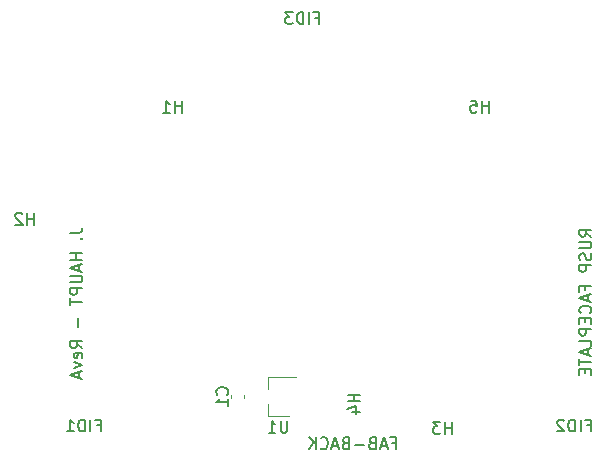
<source format=gbr>
G04 #@! TF.GenerationSoftware,KiCad,Pcbnew,6.0.11+dfsg-1~bpo11+1*
G04 #@! TF.CreationDate,2023-03-04T16:09:42-05:00*
G04 #@! TF.ProjectId,RUSP_Faceplate,52555350-5f46-4616-9365-706c6174652e,rev?*
G04 #@! TF.SameCoordinates,Original*
G04 #@! TF.FileFunction,Legend,Bot*
G04 #@! TF.FilePolarity,Positive*
%FSLAX46Y46*%
G04 Gerber Fmt 4.6, Leading zero omitted, Abs format (unit mm)*
G04 Created by KiCad (PCBNEW 6.0.11+dfsg-1~bpo11+1) date 2023-03-04 16:09:42*
%MOMM*%
%LPD*%
G01*
G04 APERTURE LIST*
%ADD10C,0.200000*%
%ADD11C,0.150000*%
%ADD12C,0.120000*%
G04 APERTURE END LIST*
D10*
X122144380Y-86827619D02*
X122858666Y-86827619D01*
X123001523Y-86780000D01*
X123096761Y-86684761D01*
X123144380Y-86541904D01*
X123144380Y-86446666D01*
X123049142Y-87303809D02*
X123096761Y-87351428D01*
X123144380Y-87303809D01*
X123096761Y-87256190D01*
X123049142Y-87303809D01*
X123144380Y-87303809D01*
X123144380Y-88541904D02*
X122144380Y-88541904D01*
X122620571Y-88541904D02*
X122620571Y-89113333D01*
X123144380Y-89113333D02*
X122144380Y-89113333D01*
X122858666Y-89541904D02*
X122858666Y-90018095D01*
X123144380Y-89446666D02*
X122144380Y-89780000D01*
X123144380Y-90113333D01*
X122144380Y-90446666D02*
X122953904Y-90446666D01*
X123049142Y-90494285D01*
X123096761Y-90541904D01*
X123144380Y-90637142D01*
X123144380Y-90827619D01*
X123096761Y-90922857D01*
X123049142Y-90970476D01*
X122953904Y-91018095D01*
X122144380Y-91018095D01*
X123144380Y-91494285D02*
X122144380Y-91494285D01*
X122144380Y-91875238D01*
X122192000Y-91970476D01*
X122239619Y-92018095D01*
X122334857Y-92065714D01*
X122477714Y-92065714D01*
X122572952Y-92018095D01*
X122620571Y-91970476D01*
X122668190Y-91875238D01*
X122668190Y-91494285D01*
X122144380Y-92351428D02*
X122144380Y-92922857D01*
X123144380Y-92637142D02*
X122144380Y-92637142D01*
X122763428Y-94018095D02*
X122763428Y-94780000D01*
X123144380Y-96589523D02*
X122668190Y-96256190D01*
X123144380Y-96018095D02*
X122144380Y-96018095D01*
X122144380Y-96399047D01*
X122192000Y-96494285D01*
X122239619Y-96541904D01*
X122334857Y-96589523D01*
X122477714Y-96589523D01*
X122572952Y-96541904D01*
X122620571Y-96494285D01*
X122668190Y-96399047D01*
X122668190Y-96018095D01*
X123096761Y-97399047D02*
X123144380Y-97303809D01*
X123144380Y-97113333D01*
X123096761Y-97018095D01*
X123001523Y-96970476D01*
X122620571Y-96970476D01*
X122525333Y-97018095D01*
X122477714Y-97113333D01*
X122477714Y-97303809D01*
X122525333Y-97399047D01*
X122620571Y-97446666D01*
X122715809Y-97446666D01*
X122811047Y-96970476D01*
X122477714Y-97780000D02*
X123144380Y-98018095D01*
X122477714Y-98256190D01*
X122858666Y-98589523D02*
X122858666Y-99065714D01*
X123144380Y-98494285D02*
X122144380Y-98827619D01*
X123144380Y-99160952D01*
X166244380Y-87132380D02*
X165768190Y-86799047D01*
X166244380Y-86560952D02*
X165244380Y-86560952D01*
X165244380Y-86941904D01*
X165292000Y-87037142D01*
X165339619Y-87084761D01*
X165434857Y-87132380D01*
X165577714Y-87132380D01*
X165672952Y-87084761D01*
X165720571Y-87037142D01*
X165768190Y-86941904D01*
X165768190Y-86560952D01*
X165244380Y-87560952D02*
X166053904Y-87560952D01*
X166149142Y-87608571D01*
X166196761Y-87656190D01*
X166244380Y-87751428D01*
X166244380Y-87941904D01*
X166196761Y-88037142D01*
X166149142Y-88084761D01*
X166053904Y-88132380D01*
X165244380Y-88132380D01*
X166196761Y-88560952D02*
X166244380Y-88703809D01*
X166244380Y-88941904D01*
X166196761Y-89037142D01*
X166149142Y-89084761D01*
X166053904Y-89132380D01*
X165958666Y-89132380D01*
X165863428Y-89084761D01*
X165815809Y-89037142D01*
X165768190Y-88941904D01*
X165720571Y-88751428D01*
X165672952Y-88656190D01*
X165625333Y-88608571D01*
X165530095Y-88560952D01*
X165434857Y-88560952D01*
X165339619Y-88608571D01*
X165292000Y-88656190D01*
X165244380Y-88751428D01*
X165244380Y-88989523D01*
X165292000Y-89132380D01*
X166244380Y-89560952D02*
X165244380Y-89560952D01*
X165244380Y-89941904D01*
X165292000Y-90037142D01*
X165339619Y-90084761D01*
X165434857Y-90132380D01*
X165577714Y-90132380D01*
X165672952Y-90084761D01*
X165720571Y-90037142D01*
X165768190Y-89941904D01*
X165768190Y-89560952D01*
X165720571Y-91656190D02*
X165720571Y-91322857D01*
X166244380Y-91322857D02*
X165244380Y-91322857D01*
X165244380Y-91799047D01*
X165958666Y-92132380D02*
X165958666Y-92608571D01*
X166244380Y-92037142D02*
X165244380Y-92370476D01*
X166244380Y-92703809D01*
X166149142Y-93608571D02*
X166196761Y-93560952D01*
X166244380Y-93418095D01*
X166244380Y-93322857D01*
X166196761Y-93180000D01*
X166101523Y-93084761D01*
X166006285Y-93037142D01*
X165815809Y-92989523D01*
X165672952Y-92989523D01*
X165482476Y-93037142D01*
X165387238Y-93084761D01*
X165292000Y-93180000D01*
X165244380Y-93322857D01*
X165244380Y-93418095D01*
X165292000Y-93560952D01*
X165339619Y-93608571D01*
X165720571Y-94037142D02*
X165720571Y-94370476D01*
X166244380Y-94513333D02*
X166244380Y-94037142D01*
X165244380Y-94037142D01*
X165244380Y-94513333D01*
X166244380Y-94941904D02*
X165244380Y-94941904D01*
X165244380Y-95322857D01*
X165292000Y-95418095D01*
X165339619Y-95465714D01*
X165434857Y-95513333D01*
X165577714Y-95513333D01*
X165672952Y-95465714D01*
X165720571Y-95418095D01*
X165768190Y-95322857D01*
X165768190Y-94941904D01*
X166244380Y-96418095D02*
X166244380Y-95941904D01*
X165244380Y-95941904D01*
X165958666Y-96703809D02*
X165958666Y-97180000D01*
X166244380Y-96608571D02*
X165244380Y-96941904D01*
X166244380Y-97275238D01*
X165244380Y-97465714D02*
X165244380Y-98037142D01*
X166244380Y-97751428D02*
X165244380Y-97751428D01*
X165720571Y-98370476D02*
X165720571Y-98703809D01*
X166244380Y-98846666D02*
X166244380Y-98370476D01*
X165244380Y-98370476D01*
X165244380Y-98846666D01*
D11*
X149375333Y-104608571D02*
X149708666Y-104608571D01*
X149708666Y-105132380D02*
X149708666Y-104132380D01*
X149232476Y-104132380D01*
X148899142Y-104846666D02*
X148422952Y-104846666D01*
X148994380Y-105132380D02*
X148661047Y-104132380D01*
X148327714Y-105132380D01*
X147661047Y-104608571D02*
X147518190Y-104656190D01*
X147470571Y-104703809D01*
X147422952Y-104799047D01*
X147422952Y-104941904D01*
X147470571Y-105037142D01*
X147518190Y-105084761D01*
X147613428Y-105132380D01*
X147994380Y-105132380D01*
X147994380Y-104132380D01*
X147661047Y-104132380D01*
X147565809Y-104180000D01*
X147518190Y-104227619D01*
X147470571Y-104322857D01*
X147470571Y-104418095D01*
X147518190Y-104513333D01*
X147565809Y-104560952D01*
X147661047Y-104608571D01*
X147994380Y-104608571D01*
X146994380Y-104751428D02*
X146232476Y-104751428D01*
X145422952Y-104608571D02*
X145280095Y-104656190D01*
X145232476Y-104703809D01*
X145184857Y-104799047D01*
X145184857Y-104941904D01*
X145232476Y-105037142D01*
X145280095Y-105084761D01*
X145375333Y-105132380D01*
X145756285Y-105132380D01*
X145756285Y-104132380D01*
X145422952Y-104132380D01*
X145327714Y-104180000D01*
X145280095Y-104227619D01*
X145232476Y-104322857D01*
X145232476Y-104418095D01*
X145280095Y-104513333D01*
X145327714Y-104560952D01*
X145422952Y-104608571D01*
X145756285Y-104608571D01*
X144803904Y-104846666D02*
X144327714Y-104846666D01*
X144899142Y-105132380D02*
X144565809Y-104132380D01*
X144232476Y-105132380D01*
X143327714Y-105037142D02*
X143375333Y-105084761D01*
X143518190Y-105132380D01*
X143613428Y-105132380D01*
X143756285Y-105084761D01*
X143851523Y-104989523D01*
X143899142Y-104894285D01*
X143946761Y-104703809D01*
X143946761Y-104560952D01*
X143899142Y-104370476D01*
X143851523Y-104275238D01*
X143756285Y-104180000D01*
X143613428Y-104132380D01*
X143518190Y-104132380D01*
X143375333Y-104180000D01*
X143327714Y-104227619D01*
X142899142Y-105132380D02*
X142899142Y-104132380D01*
X142327714Y-105132380D02*
X142756285Y-104560952D01*
X142327714Y-104132380D02*
X142899142Y-104703809D01*
G04 #@! TO.C,H4*
X146644380Y-100518095D02*
X145644380Y-100518095D01*
X146120571Y-100518095D02*
X146120571Y-101089523D01*
X146644380Y-101089523D02*
X145644380Y-101089523D01*
X145977714Y-101994285D02*
X146644380Y-101994285D01*
X145596761Y-101756190D02*
X146311047Y-101518095D01*
X146311047Y-102137142D01*
G04 #@! TO.C,H2*
X119053904Y-86132380D02*
X119053904Y-85132380D01*
X119053904Y-85608571D02*
X118482476Y-85608571D01*
X118482476Y-86132380D02*
X118482476Y-85132380D01*
X118053904Y-85227619D02*
X118006285Y-85180000D01*
X117911047Y-85132380D01*
X117672952Y-85132380D01*
X117577714Y-85180000D01*
X117530095Y-85227619D01*
X117482476Y-85322857D01*
X117482476Y-85418095D01*
X117530095Y-85560952D01*
X118101523Y-86132380D01*
X117482476Y-86132380D01*
G04 #@! TO.C,H1*
X131553904Y-76632380D02*
X131553904Y-75632380D01*
X131553904Y-76108571D02*
X130982476Y-76108571D01*
X130982476Y-76632380D02*
X130982476Y-75632380D01*
X129982476Y-76632380D02*
X130553904Y-76632380D01*
X130268190Y-76632380D02*
X130268190Y-75632380D01*
X130363428Y-75775238D01*
X130458666Y-75870476D01*
X130553904Y-75918095D01*
G04 #@! TO.C,H3*
X154421904Y-103830380D02*
X154421904Y-102830380D01*
X154421904Y-103306571D02*
X153850476Y-103306571D01*
X153850476Y-103830380D02*
X153850476Y-102830380D01*
X153469523Y-102830380D02*
X152850476Y-102830380D01*
X153183809Y-103211333D01*
X153040952Y-103211333D01*
X152945714Y-103258952D01*
X152898095Y-103306571D01*
X152850476Y-103401809D01*
X152850476Y-103639904D01*
X152898095Y-103735142D01*
X152945714Y-103782761D01*
X153040952Y-103830380D01*
X153326666Y-103830380D01*
X153421904Y-103782761D01*
X153469523Y-103735142D01*
G04 #@! TO.C,H5*
X157553904Y-76632380D02*
X157553904Y-75632380D01*
X157553904Y-76108571D02*
X156982476Y-76108571D01*
X156982476Y-76632380D02*
X156982476Y-75632380D01*
X156030095Y-75632380D02*
X156506285Y-75632380D01*
X156553904Y-76108571D01*
X156506285Y-76060952D01*
X156411047Y-76013333D01*
X156172952Y-76013333D01*
X156077714Y-76060952D01*
X156030095Y-76108571D01*
X155982476Y-76203809D01*
X155982476Y-76441904D01*
X156030095Y-76537142D01*
X156077714Y-76584761D01*
X156172952Y-76632380D01*
X156411047Y-76632380D01*
X156506285Y-76584761D01*
X156553904Y-76537142D01*
G04 #@! TO.C,FID3*
X142863428Y-68608571D02*
X143196761Y-68608571D01*
X143196761Y-69132380D02*
X143196761Y-68132380D01*
X142720571Y-68132380D01*
X142339619Y-69132380D02*
X142339619Y-68132380D01*
X141863428Y-69132380D02*
X141863428Y-68132380D01*
X141625333Y-68132380D01*
X141482476Y-68180000D01*
X141387238Y-68275238D01*
X141339619Y-68370476D01*
X141292000Y-68560952D01*
X141292000Y-68703809D01*
X141339619Y-68894285D01*
X141387238Y-68989523D01*
X141482476Y-69084761D01*
X141625333Y-69132380D01*
X141863428Y-69132380D01*
X140958666Y-68132380D02*
X140339619Y-68132380D01*
X140672952Y-68513333D01*
X140530095Y-68513333D01*
X140434857Y-68560952D01*
X140387238Y-68608571D01*
X140339619Y-68703809D01*
X140339619Y-68941904D01*
X140387238Y-69037142D01*
X140434857Y-69084761D01*
X140530095Y-69132380D01*
X140815809Y-69132380D01*
X140911047Y-69084761D01*
X140958666Y-69037142D01*
G04 #@! TO.C,FID1*
X124363428Y-103108571D02*
X124696761Y-103108571D01*
X124696761Y-103632380D02*
X124696761Y-102632380D01*
X124220571Y-102632380D01*
X123839619Y-103632380D02*
X123839619Y-102632380D01*
X123363428Y-103632380D02*
X123363428Y-102632380D01*
X123125333Y-102632380D01*
X122982476Y-102680000D01*
X122887238Y-102775238D01*
X122839619Y-102870476D01*
X122792000Y-103060952D01*
X122792000Y-103203809D01*
X122839619Y-103394285D01*
X122887238Y-103489523D01*
X122982476Y-103584761D01*
X123125333Y-103632380D01*
X123363428Y-103632380D01*
X121839619Y-103632380D02*
X122411047Y-103632380D01*
X122125333Y-103632380D02*
X122125333Y-102632380D01*
X122220571Y-102775238D01*
X122315809Y-102870476D01*
X122411047Y-102918095D01*
G04 #@! TO.C,FID2*
X165863428Y-103108571D02*
X166196761Y-103108571D01*
X166196761Y-103632380D02*
X166196761Y-102632380D01*
X165720571Y-102632380D01*
X165339619Y-103632380D02*
X165339619Y-102632380D01*
X164863428Y-103632380D02*
X164863428Y-102632380D01*
X164625333Y-102632380D01*
X164482476Y-102680000D01*
X164387238Y-102775238D01*
X164339619Y-102870476D01*
X164292000Y-103060952D01*
X164292000Y-103203809D01*
X164339619Y-103394285D01*
X164387238Y-103489523D01*
X164482476Y-103584761D01*
X164625333Y-103632380D01*
X164863428Y-103632380D01*
X163911047Y-102727619D02*
X163863428Y-102680000D01*
X163768190Y-102632380D01*
X163530095Y-102632380D01*
X163434857Y-102680000D01*
X163387238Y-102727619D01*
X163339619Y-102822857D01*
X163339619Y-102918095D01*
X163387238Y-103060952D01*
X163958666Y-103632380D01*
X163339619Y-103632380D01*
G04 #@! TO.C,C1*
X135399142Y-100513333D02*
X135446761Y-100465714D01*
X135494380Y-100322857D01*
X135494380Y-100227619D01*
X135446761Y-100084761D01*
X135351523Y-99989523D01*
X135256285Y-99941904D01*
X135065809Y-99894285D01*
X134922952Y-99894285D01*
X134732476Y-99941904D01*
X134637238Y-99989523D01*
X134542000Y-100084761D01*
X134494380Y-100227619D01*
X134494380Y-100322857D01*
X134542000Y-100465714D01*
X134589619Y-100513333D01*
X135494380Y-101465714D02*
X135494380Y-100894285D01*
X135494380Y-101180000D02*
X134494380Y-101180000D01*
X134637238Y-101084761D01*
X134732476Y-100989523D01*
X134780095Y-100894285D01*
G04 #@! TO.C,U1*
X140503904Y-102732380D02*
X140503904Y-103541904D01*
X140456285Y-103637142D01*
X140408666Y-103684761D01*
X140313428Y-103732380D01*
X140122952Y-103732380D01*
X140027714Y-103684761D01*
X139980095Y-103637142D01*
X139932476Y-103541904D01*
X139932476Y-102732380D01*
X138932476Y-103732380D02*
X139503904Y-103732380D01*
X139218190Y-103732380D02*
X139218190Y-102732380D01*
X139313428Y-102875238D01*
X139408666Y-102970476D01*
X139503904Y-103018095D01*
D12*
G04 #@! TO.C,C1*
X136802000Y-100539420D02*
X136802000Y-100820580D01*
X135782000Y-100539420D02*
X135782000Y-100820580D01*
G04 #@! TO.C,U1*
X140642000Y-102330000D02*
X138842000Y-102330000D01*
X138842000Y-99030000D02*
X138842000Y-100080000D01*
X138842000Y-102330000D02*
X138842000Y-101280000D01*
X141242000Y-99030000D02*
X138842000Y-99030000D01*
G04 #@! TD*
M02*

</source>
